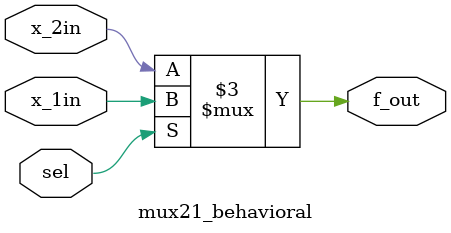
<source format=v>


`timescale 1ns/10ps

module mux21_behavioral (
    sel,
    x_1in,
    x_2in,
    f_out
);


input sel;
input x_1in;
input x_2in;
output f_out;
reg f_out;






always @(sel, x_1in, x_2in) begin: MUX21_BEHAVIORAL_LOGIC
    if (sel) begin
        f_out = x_1in;
    end
    else begin
        f_out = x_2in;
    end
end

endmodule

</source>
